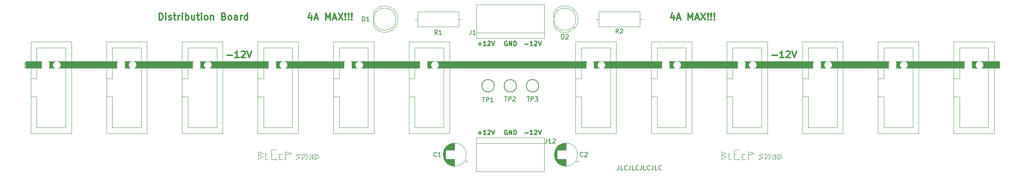
<source format=gto>
G04 #@! TF.GenerationSoftware,KiCad,Pcbnew,7.0.7-7.0.7~ubuntu22.04.1*
G04 #@! TF.CreationDate,2023-09-23T23:40:23+02:00*
G04 #@! TF.ProjectId,Distrib,44697374-7269-4622-9e6b-696361645f70,rev?*
G04 #@! TF.SameCoordinates,Original*
G04 #@! TF.FileFunction,Legend,Top*
G04 #@! TF.FilePolarity,Positive*
%FSLAX46Y46*%
G04 Gerber Fmt 4.6, Leading zero omitted, Abs format (unit mm)*
G04 Created by KiCad (PCBNEW 7.0.7-7.0.7~ubuntu22.04.1) date 2023-09-23 23:40:23*
%MOMM*%
%LPD*%
G01*
G04 APERTURE LIST*
%ADD10C,0.120000*%
%ADD11C,0.150000*%
%ADD12C,0.300000*%
%ADD13C,0.250000*%
%ADD14R,1.800000X1.800000*%
%ADD15C,1.800000*%
%ADD16C,1.700000*%
%ADD17C,1.600000*%
%ADD18O,1.600000X1.600000*%
%ADD19C,2.000000*%
%ADD20R,3.000000X3.000000*%
%ADD21C,3.000000*%
%ADD22R,1.600000X1.600000*%
G04 APERTURE END LIST*
D10*
X95900000Y-87100000D02*
X96700000Y-85900000D01*
X188000000Y-86100000D02*
X189000000Y-85700000D01*
X84900000Y-86500000D02*
X83900000Y-86100000D01*
X94900000Y-85900000D02*
X94700000Y-85900000D01*
X86700000Y-85300000D02*
X86700000Y-87100000D01*
X201200000Y-85900000D02*
X201600000Y-86700000D01*
X84900000Y-85700000D02*
X83900000Y-85300000D01*
X192000000Y-87100000D02*
X191800000Y-86900000D01*
X200200000Y-85900000D02*
X199400000Y-87100000D01*
X96100000Y-85900000D02*
X95900000Y-87100000D01*
X95300000Y-87100000D02*
X95500000Y-87100000D01*
X88500000Y-85900000D02*
X88500000Y-87100000D01*
X189600000Y-85700000D02*
X189400000Y-85900000D01*
X197400000Y-85900000D02*
X197400000Y-86100000D01*
X192600000Y-86500000D02*
X192800000Y-86500000D01*
X87100000Y-84900000D02*
X87900000Y-84900000D01*
X96100000Y-85900000D02*
X95300000Y-87100000D01*
X85500000Y-85700000D02*
X85500000Y-87100000D01*
X199000000Y-85900000D02*
X198800000Y-85900000D01*
X195400000Y-85700000D02*
X194000000Y-86100000D01*
X88500000Y-87100000D02*
X89300000Y-87100000D01*
X93300000Y-85900000D02*
X93300000Y-86100000D01*
X189600000Y-85700000D02*
X189600000Y-87100000D01*
X95700000Y-85900000D02*
X95500000Y-85900000D01*
X83900000Y-86100000D02*
X84900000Y-85700000D01*
X93100000Y-86700000D02*
X92300000Y-87100000D01*
X191200000Y-84900000D02*
G75*
G03*
X190800000Y-85300000I0J-400000D01*
G01*
X85500000Y-85700000D02*
X85700000Y-85900000D01*
X93700000Y-85900000D02*
X93700000Y-87100000D01*
X87900000Y-87100000D02*
X87700000Y-87300000D01*
X89900000Y-85300000D02*
X89900000Y-87100000D01*
X94900000Y-85900000D02*
X94500000Y-87100000D01*
X201200000Y-85900000D02*
X200600000Y-87100000D01*
X96700000Y-85900000D02*
X96500000Y-85900000D01*
X194000000Y-85300000D02*
X195400000Y-85700000D01*
X83900000Y-85300000D02*
X83900000Y-87100000D01*
X196400000Y-86100000D02*
X197200000Y-86700000D01*
X89900000Y-85300000D02*
X91300000Y-85700000D01*
X192000000Y-87100000D02*
X191800000Y-87300000D01*
X88500000Y-86500000D02*
X88700000Y-86500000D01*
X193800000Y-86900000D02*
X194000000Y-87100000D01*
X86700000Y-87100000D02*
X87900000Y-87100000D01*
X197200000Y-86700000D02*
X196400000Y-87100000D01*
X200800000Y-85900000D02*
X200600000Y-85900000D01*
X94500000Y-85900000D02*
X93700000Y-85900000D01*
X86700000Y-85900000D02*
X87100000Y-85900000D01*
X188000000Y-87100000D02*
X189000000Y-86500000D01*
X92300000Y-86100000D02*
X93100000Y-86700000D01*
X87100000Y-84900000D02*
G75*
G03*
X86700000Y-85300000I0J-400000D01*
G01*
X190800000Y-85900000D02*
X191200000Y-85900000D01*
X89700000Y-86900000D02*
X89900000Y-87100000D01*
X189600000Y-87100000D02*
X190200000Y-87100000D01*
X198600000Y-85900000D02*
X197800000Y-85900000D01*
X200600000Y-87100000D02*
X201600000Y-86700000D01*
X190800000Y-87100000D02*
X192000000Y-87100000D01*
X88500000Y-85900000D02*
X89300000Y-85900000D01*
X87900000Y-87100000D02*
X87700000Y-86900000D01*
X192600000Y-85900000D02*
X193400000Y-85900000D01*
X94500000Y-87100000D02*
X95700000Y-85900000D01*
X194000000Y-87100000D02*
X194000000Y-86900000D01*
X97100000Y-85900000D02*
X96500000Y-87100000D01*
X83900000Y-87100000D02*
X84900000Y-86500000D01*
X197800000Y-85900000D02*
X197800000Y-87100000D01*
X200200000Y-85900000D02*
X200000000Y-87100000D01*
X89900000Y-87100000D02*
X89900000Y-86900000D01*
X198600000Y-87100000D02*
X199800000Y-85900000D01*
X192600000Y-85900000D02*
X192600000Y-87100000D01*
X89900000Y-87100000D02*
X90100000Y-86900000D01*
X192600000Y-87100000D02*
X193400000Y-87100000D01*
X85500000Y-85700000D02*
X85300000Y-85900000D01*
X96500000Y-87100000D02*
X97500000Y-86700000D01*
X189600000Y-85700000D02*
X189800000Y-85900000D01*
X93700000Y-87100000D02*
X94500000Y-85900000D01*
X91300000Y-85700000D02*
X89900000Y-86100000D01*
X31500000Y-65000000D02*
X250500000Y-65000000D01*
X250500000Y-66500000D01*
X31500000Y-66500000D01*
X31500000Y-65000000D01*
G36*
X31500000Y-65000000D02*
G01*
X250500000Y-65000000D01*
X250500000Y-66500000D01*
X31500000Y-66500000D01*
X31500000Y-65000000D01*
G37*
X97100000Y-85900000D02*
X97500000Y-86700000D01*
X93300000Y-85900000D02*
X92300000Y-86100000D01*
X194000000Y-85300000D02*
X194000000Y-87100000D01*
X189000000Y-85700000D02*
X188000000Y-85300000D01*
X190800000Y-85300000D02*
X190800000Y-87100000D01*
X189000000Y-86500000D02*
X188000000Y-86100000D01*
X199400000Y-87100000D02*
X199600000Y-87100000D01*
X199800000Y-85900000D02*
X199600000Y-85900000D01*
X196400000Y-87100000D02*
X196400000Y-86900000D01*
X191200000Y-84900000D02*
X192000000Y-84900000D01*
X200000000Y-87100000D02*
X200800000Y-85900000D01*
X188000000Y-85300000D02*
X188000000Y-87100000D01*
X199000000Y-85900000D02*
X198600000Y-87100000D01*
X92300000Y-87100000D02*
X92300000Y-86900000D01*
X197800000Y-87100000D02*
X198600000Y-85900000D01*
X197400000Y-85900000D02*
X196400000Y-86100000D01*
X85500000Y-87100000D02*
X86100000Y-87100000D01*
X194000000Y-87100000D02*
X194200000Y-86900000D01*
D11*
X164880951Y-88454819D02*
X164880951Y-89169104D01*
X164880951Y-89169104D02*
X164833332Y-89311961D01*
X164833332Y-89311961D02*
X164738094Y-89407200D01*
X164738094Y-89407200D02*
X164595237Y-89454819D01*
X164595237Y-89454819D02*
X164499999Y-89454819D01*
X165833332Y-89454819D02*
X165357142Y-89454819D01*
X165357142Y-89454819D02*
X165357142Y-88454819D01*
X166738094Y-89359580D02*
X166690475Y-89407200D01*
X166690475Y-89407200D02*
X166547618Y-89454819D01*
X166547618Y-89454819D02*
X166452380Y-89454819D01*
X166452380Y-89454819D02*
X166309523Y-89407200D01*
X166309523Y-89407200D02*
X166214285Y-89311961D01*
X166214285Y-89311961D02*
X166166666Y-89216723D01*
X166166666Y-89216723D02*
X166119047Y-89026247D01*
X166119047Y-89026247D02*
X166119047Y-88883390D01*
X166119047Y-88883390D02*
X166166666Y-88692914D01*
X166166666Y-88692914D02*
X166214285Y-88597676D01*
X166214285Y-88597676D02*
X166309523Y-88502438D01*
X166309523Y-88502438D02*
X166452380Y-88454819D01*
X166452380Y-88454819D02*
X166547618Y-88454819D01*
X166547618Y-88454819D02*
X166690475Y-88502438D01*
X166690475Y-88502438D02*
X166738094Y-88550057D01*
X167452380Y-88454819D02*
X167452380Y-89169104D01*
X167452380Y-89169104D02*
X167404761Y-89311961D01*
X167404761Y-89311961D02*
X167309523Y-89407200D01*
X167309523Y-89407200D02*
X167166666Y-89454819D01*
X167166666Y-89454819D02*
X167071428Y-89454819D01*
X168404761Y-89454819D02*
X167928571Y-89454819D01*
X167928571Y-89454819D02*
X167928571Y-88454819D01*
X169309523Y-89359580D02*
X169261904Y-89407200D01*
X169261904Y-89407200D02*
X169119047Y-89454819D01*
X169119047Y-89454819D02*
X169023809Y-89454819D01*
X169023809Y-89454819D02*
X168880952Y-89407200D01*
X168880952Y-89407200D02*
X168785714Y-89311961D01*
X168785714Y-89311961D02*
X168738095Y-89216723D01*
X168738095Y-89216723D02*
X168690476Y-89026247D01*
X168690476Y-89026247D02*
X168690476Y-88883390D01*
X168690476Y-88883390D02*
X168738095Y-88692914D01*
X168738095Y-88692914D02*
X168785714Y-88597676D01*
X168785714Y-88597676D02*
X168880952Y-88502438D01*
X168880952Y-88502438D02*
X169023809Y-88454819D01*
X169023809Y-88454819D02*
X169119047Y-88454819D01*
X169119047Y-88454819D02*
X169261904Y-88502438D01*
X169261904Y-88502438D02*
X169309523Y-88550057D01*
X170023809Y-88454819D02*
X170023809Y-89169104D01*
X170023809Y-89169104D02*
X169976190Y-89311961D01*
X169976190Y-89311961D02*
X169880952Y-89407200D01*
X169880952Y-89407200D02*
X169738095Y-89454819D01*
X169738095Y-89454819D02*
X169642857Y-89454819D01*
X170976190Y-89454819D02*
X170500000Y-89454819D01*
X170500000Y-89454819D02*
X170500000Y-88454819D01*
X171880952Y-89359580D02*
X171833333Y-89407200D01*
X171833333Y-89407200D02*
X171690476Y-89454819D01*
X171690476Y-89454819D02*
X171595238Y-89454819D01*
X171595238Y-89454819D02*
X171452381Y-89407200D01*
X171452381Y-89407200D02*
X171357143Y-89311961D01*
X171357143Y-89311961D02*
X171309524Y-89216723D01*
X171309524Y-89216723D02*
X171261905Y-89026247D01*
X171261905Y-89026247D02*
X171261905Y-88883390D01*
X171261905Y-88883390D02*
X171309524Y-88692914D01*
X171309524Y-88692914D02*
X171357143Y-88597676D01*
X171357143Y-88597676D02*
X171452381Y-88502438D01*
X171452381Y-88502438D02*
X171595238Y-88454819D01*
X171595238Y-88454819D02*
X171690476Y-88454819D01*
X171690476Y-88454819D02*
X171833333Y-88502438D01*
X171833333Y-88502438D02*
X171880952Y-88550057D01*
X172595238Y-88454819D02*
X172595238Y-89169104D01*
X172595238Y-89169104D02*
X172547619Y-89311961D01*
X172547619Y-89311961D02*
X172452381Y-89407200D01*
X172452381Y-89407200D02*
X172309524Y-89454819D01*
X172309524Y-89454819D02*
X172214286Y-89454819D01*
X173547619Y-89454819D02*
X173071429Y-89454819D01*
X173071429Y-89454819D02*
X173071429Y-88454819D01*
X174452381Y-89359580D02*
X174404762Y-89407200D01*
X174404762Y-89407200D02*
X174261905Y-89454819D01*
X174261905Y-89454819D02*
X174166667Y-89454819D01*
X174166667Y-89454819D02*
X174023810Y-89407200D01*
X174023810Y-89407200D02*
X173928572Y-89311961D01*
X173928572Y-89311961D02*
X173880953Y-89216723D01*
X173880953Y-89216723D02*
X173833334Y-89026247D01*
X173833334Y-89026247D02*
X173833334Y-88883390D01*
X173833334Y-88883390D02*
X173880953Y-88692914D01*
X173880953Y-88692914D02*
X173928572Y-88597676D01*
X173928572Y-88597676D02*
X174023810Y-88502438D01*
X174023810Y-88502438D02*
X174166667Y-88454819D01*
X174166667Y-88454819D02*
X174261905Y-88454819D01*
X174261905Y-88454819D02*
X174404762Y-88502438D01*
X174404762Y-88502438D02*
X174452381Y-88550057D01*
D12*
X199357143Y-63606900D02*
X200500001Y-63606900D01*
X202000001Y-64178328D02*
X201142858Y-64178328D01*
X201571429Y-64178328D02*
X201571429Y-62678328D01*
X201571429Y-62678328D02*
X201428572Y-62892614D01*
X201428572Y-62892614D02*
X201285715Y-63035471D01*
X201285715Y-63035471D02*
X201142858Y-63106900D01*
X202571429Y-62821185D02*
X202642857Y-62749757D01*
X202642857Y-62749757D02*
X202785715Y-62678328D01*
X202785715Y-62678328D02*
X203142857Y-62678328D01*
X203142857Y-62678328D02*
X203285715Y-62749757D01*
X203285715Y-62749757D02*
X203357143Y-62821185D01*
X203357143Y-62821185D02*
X203428572Y-62964042D01*
X203428572Y-62964042D02*
X203428572Y-63106900D01*
X203428572Y-63106900D02*
X203357143Y-63321185D01*
X203357143Y-63321185D02*
X202500000Y-64178328D01*
X202500000Y-64178328D02*
X203428572Y-64178328D01*
X203857143Y-62678328D02*
X204357143Y-64178328D01*
X204357143Y-64178328D02*
X204857143Y-62678328D01*
D13*
X143738095Y-61068666D02*
X144500000Y-61068666D01*
X145499999Y-61449619D02*
X144928571Y-61449619D01*
X145214285Y-61449619D02*
X145214285Y-60449619D01*
X145214285Y-60449619D02*
X145119047Y-60592476D01*
X145119047Y-60592476D02*
X145023809Y-60687714D01*
X145023809Y-60687714D02*
X144928571Y-60735333D01*
X145880952Y-60544857D02*
X145928571Y-60497238D01*
X145928571Y-60497238D02*
X146023809Y-60449619D01*
X146023809Y-60449619D02*
X146261904Y-60449619D01*
X146261904Y-60449619D02*
X146357142Y-60497238D01*
X146357142Y-60497238D02*
X146404761Y-60544857D01*
X146404761Y-60544857D02*
X146452380Y-60640095D01*
X146452380Y-60640095D02*
X146452380Y-60735333D01*
X146452380Y-60735333D02*
X146404761Y-60878190D01*
X146404761Y-60878190D02*
X145833333Y-61449619D01*
X145833333Y-61449619D02*
X146452380Y-61449619D01*
X146738095Y-60449619D02*
X147071428Y-61449619D01*
X147071428Y-61449619D02*
X147404761Y-60449619D01*
X133238095Y-81068666D02*
X134000000Y-81068666D01*
X133619047Y-81449619D02*
X133619047Y-80687714D01*
X134999999Y-81449619D02*
X134428571Y-81449619D01*
X134714285Y-81449619D02*
X134714285Y-80449619D01*
X134714285Y-80449619D02*
X134619047Y-80592476D01*
X134619047Y-80592476D02*
X134523809Y-80687714D01*
X134523809Y-80687714D02*
X134428571Y-80735333D01*
X135380952Y-80544857D02*
X135428571Y-80497238D01*
X135428571Y-80497238D02*
X135523809Y-80449619D01*
X135523809Y-80449619D02*
X135761904Y-80449619D01*
X135761904Y-80449619D02*
X135857142Y-80497238D01*
X135857142Y-80497238D02*
X135904761Y-80544857D01*
X135904761Y-80544857D02*
X135952380Y-80640095D01*
X135952380Y-80640095D02*
X135952380Y-80735333D01*
X135952380Y-80735333D02*
X135904761Y-80878190D01*
X135904761Y-80878190D02*
X135333333Y-81449619D01*
X135333333Y-81449619D02*
X135952380Y-81449619D01*
X136238095Y-80449619D02*
X136571428Y-81449619D01*
X136571428Y-81449619D02*
X136904761Y-80449619D01*
D12*
X61571427Y-55678328D02*
X61571427Y-54178328D01*
X61571427Y-54178328D02*
X61928570Y-54178328D01*
X61928570Y-54178328D02*
X62142856Y-54249757D01*
X62142856Y-54249757D02*
X62285713Y-54392614D01*
X62285713Y-54392614D02*
X62357142Y-54535471D01*
X62357142Y-54535471D02*
X62428570Y-54821185D01*
X62428570Y-54821185D02*
X62428570Y-55035471D01*
X62428570Y-55035471D02*
X62357142Y-55321185D01*
X62357142Y-55321185D02*
X62285713Y-55464042D01*
X62285713Y-55464042D02*
X62142856Y-55606900D01*
X62142856Y-55606900D02*
X61928570Y-55678328D01*
X61928570Y-55678328D02*
X61571427Y-55678328D01*
X63071427Y-55678328D02*
X63071427Y-54678328D01*
X63071427Y-54178328D02*
X62999999Y-54249757D01*
X62999999Y-54249757D02*
X63071427Y-54321185D01*
X63071427Y-54321185D02*
X63142856Y-54249757D01*
X63142856Y-54249757D02*
X63071427Y-54178328D01*
X63071427Y-54178328D02*
X63071427Y-54321185D01*
X63714285Y-55606900D02*
X63857142Y-55678328D01*
X63857142Y-55678328D02*
X64142856Y-55678328D01*
X64142856Y-55678328D02*
X64285713Y-55606900D01*
X64285713Y-55606900D02*
X64357142Y-55464042D01*
X64357142Y-55464042D02*
X64357142Y-55392614D01*
X64357142Y-55392614D02*
X64285713Y-55249757D01*
X64285713Y-55249757D02*
X64142856Y-55178328D01*
X64142856Y-55178328D02*
X63928571Y-55178328D01*
X63928571Y-55178328D02*
X63785713Y-55106900D01*
X63785713Y-55106900D02*
X63714285Y-54964042D01*
X63714285Y-54964042D02*
X63714285Y-54892614D01*
X63714285Y-54892614D02*
X63785713Y-54749757D01*
X63785713Y-54749757D02*
X63928571Y-54678328D01*
X63928571Y-54678328D02*
X64142856Y-54678328D01*
X64142856Y-54678328D02*
X64285713Y-54749757D01*
X64785714Y-54678328D02*
X65357142Y-54678328D01*
X64999999Y-54178328D02*
X64999999Y-55464042D01*
X64999999Y-55464042D02*
X65071428Y-55606900D01*
X65071428Y-55606900D02*
X65214285Y-55678328D01*
X65214285Y-55678328D02*
X65357142Y-55678328D01*
X65857142Y-55678328D02*
X65857142Y-54678328D01*
X65857142Y-54964042D02*
X65928571Y-54821185D01*
X65928571Y-54821185D02*
X66000000Y-54749757D01*
X66000000Y-54749757D02*
X66142857Y-54678328D01*
X66142857Y-54678328D02*
X66285714Y-54678328D01*
X66785713Y-55678328D02*
X66785713Y-54678328D01*
X66785713Y-54178328D02*
X66714285Y-54249757D01*
X66714285Y-54249757D02*
X66785713Y-54321185D01*
X66785713Y-54321185D02*
X66857142Y-54249757D01*
X66857142Y-54249757D02*
X66785713Y-54178328D01*
X66785713Y-54178328D02*
X66785713Y-54321185D01*
X67499999Y-55678328D02*
X67499999Y-54178328D01*
X67499999Y-54749757D02*
X67642857Y-54678328D01*
X67642857Y-54678328D02*
X67928571Y-54678328D01*
X67928571Y-54678328D02*
X68071428Y-54749757D01*
X68071428Y-54749757D02*
X68142857Y-54821185D01*
X68142857Y-54821185D02*
X68214285Y-54964042D01*
X68214285Y-54964042D02*
X68214285Y-55392614D01*
X68214285Y-55392614D02*
X68142857Y-55535471D01*
X68142857Y-55535471D02*
X68071428Y-55606900D01*
X68071428Y-55606900D02*
X67928571Y-55678328D01*
X67928571Y-55678328D02*
X67642857Y-55678328D01*
X67642857Y-55678328D02*
X67499999Y-55606900D01*
X69500000Y-54678328D02*
X69500000Y-55678328D01*
X68857142Y-54678328D02*
X68857142Y-55464042D01*
X68857142Y-55464042D02*
X68928571Y-55606900D01*
X68928571Y-55606900D02*
X69071428Y-55678328D01*
X69071428Y-55678328D02*
X69285714Y-55678328D01*
X69285714Y-55678328D02*
X69428571Y-55606900D01*
X69428571Y-55606900D02*
X69500000Y-55535471D01*
X70000000Y-54678328D02*
X70571428Y-54678328D01*
X70214285Y-54178328D02*
X70214285Y-55464042D01*
X70214285Y-55464042D02*
X70285714Y-55606900D01*
X70285714Y-55606900D02*
X70428571Y-55678328D01*
X70428571Y-55678328D02*
X70571428Y-55678328D01*
X71071428Y-55678328D02*
X71071428Y-54678328D01*
X71071428Y-54178328D02*
X71000000Y-54249757D01*
X71000000Y-54249757D02*
X71071428Y-54321185D01*
X71071428Y-54321185D02*
X71142857Y-54249757D01*
X71142857Y-54249757D02*
X71071428Y-54178328D01*
X71071428Y-54178328D02*
X71071428Y-54321185D01*
X72000000Y-55678328D02*
X71857143Y-55606900D01*
X71857143Y-55606900D02*
X71785714Y-55535471D01*
X71785714Y-55535471D02*
X71714286Y-55392614D01*
X71714286Y-55392614D02*
X71714286Y-54964042D01*
X71714286Y-54964042D02*
X71785714Y-54821185D01*
X71785714Y-54821185D02*
X71857143Y-54749757D01*
X71857143Y-54749757D02*
X72000000Y-54678328D01*
X72000000Y-54678328D02*
X72214286Y-54678328D01*
X72214286Y-54678328D02*
X72357143Y-54749757D01*
X72357143Y-54749757D02*
X72428572Y-54821185D01*
X72428572Y-54821185D02*
X72500000Y-54964042D01*
X72500000Y-54964042D02*
X72500000Y-55392614D01*
X72500000Y-55392614D02*
X72428572Y-55535471D01*
X72428572Y-55535471D02*
X72357143Y-55606900D01*
X72357143Y-55606900D02*
X72214286Y-55678328D01*
X72214286Y-55678328D02*
X72000000Y-55678328D01*
X73142857Y-54678328D02*
X73142857Y-55678328D01*
X73142857Y-54821185D02*
X73214286Y-54749757D01*
X73214286Y-54749757D02*
X73357143Y-54678328D01*
X73357143Y-54678328D02*
X73571429Y-54678328D01*
X73571429Y-54678328D02*
X73714286Y-54749757D01*
X73714286Y-54749757D02*
X73785715Y-54892614D01*
X73785715Y-54892614D02*
X73785715Y-55678328D01*
X76142857Y-54892614D02*
X76357143Y-54964042D01*
X76357143Y-54964042D02*
X76428572Y-55035471D01*
X76428572Y-55035471D02*
X76500000Y-55178328D01*
X76500000Y-55178328D02*
X76500000Y-55392614D01*
X76500000Y-55392614D02*
X76428572Y-55535471D01*
X76428572Y-55535471D02*
X76357143Y-55606900D01*
X76357143Y-55606900D02*
X76214286Y-55678328D01*
X76214286Y-55678328D02*
X75642857Y-55678328D01*
X75642857Y-55678328D02*
X75642857Y-54178328D01*
X75642857Y-54178328D02*
X76142857Y-54178328D01*
X76142857Y-54178328D02*
X76285715Y-54249757D01*
X76285715Y-54249757D02*
X76357143Y-54321185D01*
X76357143Y-54321185D02*
X76428572Y-54464042D01*
X76428572Y-54464042D02*
X76428572Y-54606900D01*
X76428572Y-54606900D02*
X76357143Y-54749757D01*
X76357143Y-54749757D02*
X76285715Y-54821185D01*
X76285715Y-54821185D02*
X76142857Y-54892614D01*
X76142857Y-54892614D02*
X75642857Y-54892614D01*
X77357143Y-55678328D02*
X77214286Y-55606900D01*
X77214286Y-55606900D02*
X77142857Y-55535471D01*
X77142857Y-55535471D02*
X77071429Y-55392614D01*
X77071429Y-55392614D02*
X77071429Y-54964042D01*
X77071429Y-54964042D02*
X77142857Y-54821185D01*
X77142857Y-54821185D02*
X77214286Y-54749757D01*
X77214286Y-54749757D02*
X77357143Y-54678328D01*
X77357143Y-54678328D02*
X77571429Y-54678328D01*
X77571429Y-54678328D02*
X77714286Y-54749757D01*
X77714286Y-54749757D02*
X77785715Y-54821185D01*
X77785715Y-54821185D02*
X77857143Y-54964042D01*
X77857143Y-54964042D02*
X77857143Y-55392614D01*
X77857143Y-55392614D02*
X77785715Y-55535471D01*
X77785715Y-55535471D02*
X77714286Y-55606900D01*
X77714286Y-55606900D02*
X77571429Y-55678328D01*
X77571429Y-55678328D02*
X77357143Y-55678328D01*
X79142858Y-55678328D02*
X79142858Y-54892614D01*
X79142858Y-54892614D02*
X79071429Y-54749757D01*
X79071429Y-54749757D02*
X78928572Y-54678328D01*
X78928572Y-54678328D02*
X78642858Y-54678328D01*
X78642858Y-54678328D02*
X78500000Y-54749757D01*
X79142858Y-55606900D02*
X79000000Y-55678328D01*
X79000000Y-55678328D02*
X78642858Y-55678328D01*
X78642858Y-55678328D02*
X78500000Y-55606900D01*
X78500000Y-55606900D02*
X78428572Y-55464042D01*
X78428572Y-55464042D02*
X78428572Y-55321185D01*
X78428572Y-55321185D02*
X78500000Y-55178328D01*
X78500000Y-55178328D02*
X78642858Y-55106900D01*
X78642858Y-55106900D02*
X79000000Y-55106900D01*
X79000000Y-55106900D02*
X79142858Y-55035471D01*
X79857143Y-55678328D02*
X79857143Y-54678328D01*
X79857143Y-54964042D02*
X79928572Y-54821185D01*
X79928572Y-54821185D02*
X80000001Y-54749757D01*
X80000001Y-54749757D02*
X80142858Y-54678328D01*
X80142858Y-54678328D02*
X80285715Y-54678328D01*
X81428572Y-55678328D02*
X81428572Y-54178328D01*
X81428572Y-55606900D02*
X81285714Y-55678328D01*
X81285714Y-55678328D02*
X81000000Y-55678328D01*
X81000000Y-55678328D02*
X80857143Y-55606900D01*
X80857143Y-55606900D02*
X80785714Y-55535471D01*
X80785714Y-55535471D02*
X80714286Y-55392614D01*
X80714286Y-55392614D02*
X80714286Y-54964042D01*
X80714286Y-54964042D02*
X80785714Y-54821185D01*
X80785714Y-54821185D02*
X80857143Y-54749757D01*
X80857143Y-54749757D02*
X81000000Y-54678328D01*
X81000000Y-54678328D02*
X81285714Y-54678328D01*
X81285714Y-54678328D02*
X81428572Y-54749757D01*
X76857143Y-63606900D02*
X78000001Y-63606900D01*
X79500001Y-64178328D02*
X78642858Y-64178328D01*
X79071429Y-64178328D02*
X79071429Y-62678328D01*
X79071429Y-62678328D02*
X78928572Y-62892614D01*
X78928572Y-62892614D02*
X78785715Y-63035471D01*
X78785715Y-63035471D02*
X78642858Y-63106900D01*
X80071429Y-62821185D02*
X80142857Y-62749757D01*
X80142857Y-62749757D02*
X80285715Y-62678328D01*
X80285715Y-62678328D02*
X80642857Y-62678328D01*
X80642857Y-62678328D02*
X80785715Y-62749757D01*
X80785715Y-62749757D02*
X80857143Y-62821185D01*
X80857143Y-62821185D02*
X80928572Y-62964042D01*
X80928572Y-62964042D02*
X80928572Y-63106900D01*
X80928572Y-63106900D02*
X80857143Y-63321185D01*
X80857143Y-63321185D02*
X80000000Y-64178328D01*
X80000000Y-64178328D02*
X80928572Y-64178328D01*
X81357143Y-62678328D02*
X81857143Y-64178328D01*
X81857143Y-64178328D02*
X82357143Y-62678328D01*
X177285715Y-54678328D02*
X177285715Y-55678328D01*
X176928572Y-54106900D02*
X176571429Y-55178328D01*
X176571429Y-55178328D02*
X177500000Y-55178328D01*
X178000000Y-55249757D02*
X178714286Y-55249757D01*
X177857143Y-55678328D02*
X178357143Y-54178328D01*
X178357143Y-54178328D02*
X178857143Y-55678328D01*
X180499999Y-55678328D02*
X180499999Y-54178328D01*
X180499999Y-54178328D02*
X180999999Y-55249757D01*
X180999999Y-55249757D02*
X181499999Y-54178328D01*
X181499999Y-54178328D02*
X181499999Y-55678328D01*
X182142857Y-55249757D02*
X182857143Y-55249757D01*
X182000000Y-55678328D02*
X182500000Y-54178328D01*
X182500000Y-54178328D02*
X183000000Y-55678328D01*
X183357142Y-54178328D02*
X184357142Y-55678328D01*
X184357142Y-54178328D02*
X183357142Y-55678328D01*
X184928570Y-55535471D02*
X184999999Y-55606900D01*
X184999999Y-55606900D02*
X184928570Y-55678328D01*
X184928570Y-55678328D02*
X184857142Y-55606900D01*
X184857142Y-55606900D02*
X184928570Y-55535471D01*
X184928570Y-55535471D02*
X184928570Y-55678328D01*
X184928570Y-55106900D02*
X184857142Y-54249757D01*
X184857142Y-54249757D02*
X184928570Y-54178328D01*
X184928570Y-54178328D02*
X184999999Y-54249757D01*
X184999999Y-54249757D02*
X184928570Y-55106900D01*
X184928570Y-55106900D02*
X184928570Y-54178328D01*
X185642856Y-55535471D02*
X185714285Y-55606900D01*
X185714285Y-55606900D02*
X185642856Y-55678328D01*
X185642856Y-55678328D02*
X185571428Y-55606900D01*
X185571428Y-55606900D02*
X185642856Y-55535471D01*
X185642856Y-55535471D02*
X185642856Y-55678328D01*
X185642856Y-55106900D02*
X185571428Y-54249757D01*
X185571428Y-54249757D02*
X185642856Y-54178328D01*
X185642856Y-54178328D02*
X185714285Y-54249757D01*
X185714285Y-54249757D02*
X185642856Y-55106900D01*
X185642856Y-55106900D02*
X185642856Y-54178328D01*
X186357142Y-55535471D02*
X186428571Y-55606900D01*
X186428571Y-55606900D02*
X186357142Y-55678328D01*
X186357142Y-55678328D02*
X186285714Y-55606900D01*
X186285714Y-55606900D02*
X186357142Y-55535471D01*
X186357142Y-55535471D02*
X186357142Y-55678328D01*
X186357142Y-55106900D02*
X186285714Y-54249757D01*
X186285714Y-54249757D02*
X186357142Y-54178328D01*
X186357142Y-54178328D02*
X186428571Y-54249757D01*
X186428571Y-54249757D02*
X186357142Y-55106900D01*
X186357142Y-55106900D02*
X186357142Y-54178328D01*
D13*
X143738095Y-81068666D02*
X144500000Y-81068666D01*
X145499999Y-81449619D02*
X144928571Y-81449619D01*
X145214285Y-81449619D02*
X145214285Y-80449619D01*
X145214285Y-80449619D02*
X145119047Y-80592476D01*
X145119047Y-80592476D02*
X145023809Y-80687714D01*
X145023809Y-80687714D02*
X144928571Y-80735333D01*
X145880952Y-80544857D02*
X145928571Y-80497238D01*
X145928571Y-80497238D02*
X146023809Y-80449619D01*
X146023809Y-80449619D02*
X146261904Y-80449619D01*
X146261904Y-80449619D02*
X146357142Y-80497238D01*
X146357142Y-80497238D02*
X146404761Y-80544857D01*
X146404761Y-80544857D02*
X146452380Y-80640095D01*
X146452380Y-80640095D02*
X146452380Y-80735333D01*
X146452380Y-80735333D02*
X146404761Y-80878190D01*
X146404761Y-80878190D02*
X145833333Y-81449619D01*
X145833333Y-81449619D02*
X146452380Y-81449619D01*
X146738095Y-80449619D02*
X147071428Y-81449619D01*
X147071428Y-81449619D02*
X147404761Y-80449619D01*
X133238095Y-61068666D02*
X134000000Y-61068666D01*
X133619047Y-61449619D02*
X133619047Y-60687714D01*
X134999999Y-61449619D02*
X134428571Y-61449619D01*
X134714285Y-61449619D02*
X134714285Y-60449619D01*
X134714285Y-60449619D02*
X134619047Y-60592476D01*
X134619047Y-60592476D02*
X134523809Y-60687714D01*
X134523809Y-60687714D02*
X134428571Y-60735333D01*
X135380952Y-60544857D02*
X135428571Y-60497238D01*
X135428571Y-60497238D02*
X135523809Y-60449619D01*
X135523809Y-60449619D02*
X135761904Y-60449619D01*
X135761904Y-60449619D02*
X135857142Y-60497238D01*
X135857142Y-60497238D02*
X135904761Y-60544857D01*
X135904761Y-60544857D02*
X135952380Y-60640095D01*
X135952380Y-60640095D02*
X135952380Y-60735333D01*
X135952380Y-60735333D02*
X135904761Y-60878190D01*
X135904761Y-60878190D02*
X135333333Y-61449619D01*
X135333333Y-61449619D02*
X135952380Y-61449619D01*
X136238095Y-60449619D02*
X136571428Y-61449619D01*
X136571428Y-61449619D02*
X136904761Y-60449619D01*
X139738095Y-80497238D02*
X139642857Y-80449619D01*
X139642857Y-80449619D02*
X139500000Y-80449619D01*
X139500000Y-80449619D02*
X139357143Y-80497238D01*
X139357143Y-80497238D02*
X139261905Y-80592476D01*
X139261905Y-80592476D02*
X139214286Y-80687714D01*
X139214286Y-80687714D02*
X139166667Y-80878190D01*
X139166667Y-80878190D02*
X139166667Y-81021047D01*
X139166667Y-81021047D02*
X139214286Y-81211523D01*
X139214286Y-81211523D02*
X139261905Y-81306761D01*
X139261905Y-81306761D02*
X139357143Y-81402000D01*
X139357143Y-81402000D02*
X139500000Y-81449619D01*
X139500000Y-81449619D02*
X139595238Y-81449619D01*
X139595238Y-81449619D02*
X139738095Y-81402000D01*
X139738095Y-81402000D02*
X139785714Y-81354380D01*
X139785714Y-81354380D02*
X139785714Y-81021047D01*
X139785714Y-81021047D02*
X139595238Y-81021047D01*
X140214286Y-81449619D02*
X140214286Y-80449619D01*
X140214286Y-80449619D02*
X140785714Y-81449619D01*
X140785714Y-81449619D02*
X140785714Y-80449619D01*
X141261905Y-81449619D02*
X141261905Y-80449619D01*
X141261905Y-80449619D02*
X141500000Y-80449619D01*
X141500000Y-80449619D02*
X141642857Y-80497238D01*
X141642857Y-80497238D02*
X141738095Y-80592476D01*
X141738095Y-80592476D02*
X141785714Y-80687714D01*
X141785714Y-80687714D02*
X141833333Y-80878190D01*
X141833333Y-80878190D02*
X141833333Y-81021047D01*
X141833333Y-81021047D02*
X141785714Y-81211523D01*
X141785714Y-81211523D02*
X141738095Y-81306761D01*
X141738095Y-81306761D02*
X141642857Y-81402000D01*
X141642857Y-81402000D02*
X141500000Y-81449619D01*
X141500000Y-81449619D02*
X141261905Y-81449619D01*
X139738095Y-60497238D02*
X139642857Y-60449619D01*
X139642857Y-60449619D02*
X139500000Y-60449619D01*
X139500000Y-60449619D02*
X139357143Y-60497238D01*
X139357143Y-60497238D02*
X139261905Y-60592476D01*
X139261905Y-60592476D02*
X139214286Y-60687714D01*
X139214286Y-60687714D02*
X139166667Y-60878190D01*
X139166667Y-60878190D02*
X139166667Y-61021047D01*
X139166667Y-61021047D02*
X139214286Y-61211523D01*
X139214286Y-61211523D02*
X139261905Y-61306761D01*
X139261905Y-61306761D02*
X139357143Y-61402000D01*
X139357143Y-61402000D02*
X139500000Y-61449619D01*
X139500000Y-61449619D02*
X139595238Y-61449619D01*
X139595238Y-61449619D02*
X139738095Y-61402000D01*
X139738095Y-61402000D02*
X139785714Y-61354380D01*
X139785714Y-61354380D02*
X139785714Y-61021047D01*
X139785714Y-61021047D02*
X139595238Y-61021047D01*
X140214286Y-61449619D02*
X140214286Y-60449619D01*
X140214286Y-60449619D02*
X140785714Y-61449619D01*
X140785714Y-61449619D02*
X140785714Y-60449619D01*
X141261905Y-61449619D02*
X141261905Y-60449619D01*
X141261905Y-60449619D02*
X141500000Y-60449619D01*
X141500000Y-60449619D02*
X141642857Y-60497238D01*
X141642857Y-60497238D02*
X141738095Y-60592476D01*
X141738095Y-60592476D02*
X141785714Y-60687714D01*
X141785714Y-60687714D02*
X141833333Y-60878190D01*
X141833333Y-60878190D02*
X141833333Y-61021047D01*
X141833333Y-61021047D02*
X141785714Y-61211523D01*
X141785714Y-61211523D02*
X141738095Y-61306761D01*
X141738095Y-61306761D02*
X141642857Y-61402000D01*
X141642857Y-61402000D02*
X141500000Y-61449619D01*
X141500000Y-61449619D02*
X141261905Y-61449619D01*
D12*
X95785715Y-54678328D02*
X95785715Y-55678328D01*
X95428572Y-54106900D02*
X95071429Y-55178328D01*
X95071429Y-55178328D02*
X96000000Y-55178328D01*
X96500000Y-55249757D02*
X97214286Y-55249757D01*
X96357143Y-55678328D02*
X96857143Y-54178328D01*
X96857143Y-54178328D02*
X97357143Y-55678328D01*
X98999999Y-55678328D02*
X98999999Y-54178328D01*
X98999999Y-54178328D02*
X99499999Y-55249757D01*
X99499999Y-55249757D02*
X99999999Y-54178328D01*
X99999999Y-54178328D02*
X99999999Y-55678328D01*
X100642857Y-55249757D02*
X101357143Y-55249757D01*
X100500000Y-55678328D02*
X101000000Y-54178328D01*
X101000000Y-54178328D02*
X101500000Y-55678328D01*
X101857142Y-54178328D02*
X102857142Y-55678328D01*
X102857142Y-54178328D02*
X101857142Y-55678328D01*
X103428570Y-55535471D02*
X103499999Y-55606900D01*
X103499999Y-55606900D02*
X103428570Y-55678328D01*
X103428570Y-55678328D02*
X103357142Y-55606900D01*
X103357142Y-55606900D02*
X103428570Y-55535471D01*
X103428570Y-55535471D02*
X103428570Y-55678328D01*
X103428570Y-55106900D02*
X103357142Y-54249757D01*
X103357142Y-54249757D02*
X103428570Y-54178328D01*
X103428570Y-54178328D02*
X103499999Y-54249757D01*
X103499999Y-54249757D02*
X103428570Y-55106900D01*
X103428570Y-55106900D02*
X103428570Y-54178328D01*
X104142856Y-55535471D02*
X104214285Y-55606900D01*
X104214285Y-55606900D02*
X104142856Y-55678328D01*
X104142856Y-55678328D02*
X104071428Y-55606900D01*
X104071428Y-55606900D02*
X104142856Y-55535471D01*
X104142856Y-55535471D02*
X104142856Y-55678328D01*
X104142856Y-55106900D02*
X104071428Y-54249757D01*
X104071428Y-54249757D02*
X104142856Y-54178328D01*
X104142856Y-54178328D02*
X104214285Y-54249757D01*
X104214285Y-54249757D02*
X104142856Y-55106900D01*
X104142856Y-55106900D02*
X104142856Y-54178328D01*
X104857142Y-55535471D02*
X104928571Y-55606900D01*
X104928571Y-55606900D02*
X104857142Y-55678328D01*
X104857142Y-55678328D02*
X104785714Y-55606900D01*
X104785714Y-55606900D02*
X104857142Y-55535471D01*
X104857142Y-55535471D02*
X104857142Y-55678328D01*
X104857142Y-55106900D02*
X104785714Y-54249757D01*
X104785714Y-54249757D02*
X104857142Y-54178328D01*
X104857142Y-54178328D02*
X104928571Y-54249757D01*
X104928571Y-54249757D02*
X104857142Y-55106900D01*
X104857142Y-55106900D02*
X104857142Y-54178328D01*
D11*
X107261905Y-55954819D02*
X107261905Y-54954819D01*
X107261905Y-54954819D02*
X107500000Y-54954819D01*
X107500000Y-54954819D02*
X107642857Y-55002438D01*
X107642857Y-55002438D02*
X107738095Y-55097676D01*
X107738095Y-55097676D02*
X107785714Y-55192914D01*
X107785714Y-55192914D02*
X107833333Y-55383390D01*
X107833333Y-55383390D02*
X107833333Y-55526247D01*
X107833333Y-55526247D02*
X107785714Y-55716723D01*
X107785714Y-55716723D02*
X107738095Y-55811961D01*
X107738095Y-55811961D02*
X107642857Y-55907200D01*
X107642857Y-55907200D02*
X107500000Y-55954819D01*
X107500000Y-55954819D02*
X107261905Y-55954819D01*
X108785714Y-55954819D02*
X108214286Y-55954819D01*
X108500000Y-55954819D02*
X108500000Y-54954819D01*
X108500000Y-54954819D02*
X108404762Y-55097676D01*
X108404762Y-55097676D02*
X108309524Y-55192914D01*
X108309524Y-55192914D02*
X108214286Y-55240533D01*
X124108333Y-58954819D02*
X123775000Y-58478628D01*
X123536905Y-58954819D02*
X123536905Y-57954819D01*
X123536905Y-57954819D02*
X123917857Y-57954819D01*
X123917857Y-57954819D02*
X124013095Y-58002438D01*
X124013095Y-58002438D02*
X124060714Y-58050057D01*
X124060714Y-58050057D02*
X124108333Y-58145295D01*
X124108333Y-58145295D02*
X124108333Y-58288152D01*
X124108333Y-58288152D02*
X124060714Y-58383390D01*
X124060714Y-58383390D02*
X124013095Y-58431009D01*
X124013095Y-58431009D02*
X123917857Y-58478628D01*
X123917857Y-58478628D02*
X123536905Y-58478628D01*
X125060714Y-58954819D02*
X124489286Y-58954819D01*
X124775000Y-58954819D02*
X124775000Y-57954819D01*
X124775000Y-57954819D02*
X124679762Y-58097676D01*
X124679762Y-58097676D02*
X124584524Y-58192914D01*
X124584524Y-58192914D02*
X124489286Y-58240533D01*
X139238095Y-72954819D02*
X139809523Y-72954819D01*
X139523809Y-73954819D02*
X139523809Y-72954819D01*
X140142857Y-73954819D02*
X140142857Y-72954819D01*
X140142857Y-72954819D02*
X140523809Y-72954819D01*
X140523809Y-72954819D02*
X140619047Y-73002438D01*
X140619047Y-73002438D02*
X140666666Y-73050057D01*
X140666666Y-73050057D02*
X140714285Y-73145295D01*
X140714285Y-73145295D02*
X140714285Y-73288152D01*
X140714285Y-73288152D02*
X140666666Y-73383390D01*
X140666666Y-73383390D02*
X140619047Y-73431009D01*
X140619047Y-73431009D02*
X140523809Y-73478628D01*
X140523809Y-73478628D02*
X140142857Y-73478628D01*
X141095238Y-73050057D02*
X141142857Y-73002438D01*
X141142857Y-73002438D02*
X141238095Y-72954819D01*
X141238095Y-72954819D02*
X141476190Y-72954819D01*
X141476190Y-72954819D02*
X141571428Y-73002438D01*
X141571428Y-73002438D02*
X141619047Y-73050057D01*
X141619047Y-73050057D02*
X141666666Y-73145295D01*
X141666666Y-73145295D02*
X141666666Y-73240533D01*
X141666666Y-73240533D02*
X141619047Y-73383390D01*
X141619047Y-73383390D02*
X141047619Y-73954819D01*
X141047619Y-73954819D02*
X141666666Y-73954819D01*
X144238095Y-72954819D02*
X144809523Y-72954819D01*
X144523809Y-73954819D02*
X144523809Y-72954819D01*
X145142857Y-73954819D02*
X145142857Y-72954819D01*
X145142857Y-72954819D02*
X145523809Y-72954819D01*
X145523809Y-72954819D02*
X145619047Y-73002438D01*
X145619047Y-73002438D02*
X145666666Y-73050057D01*
X145666666Y-73050057D02*
X145714285Y-73145295D01*
X145714285Y-73145295D02*
X145714285Y-73288152D01*
X145714285Y-73288152D02*
X145666666Y-73383390D01*
X145666666Y-73383390D02*
X145619047Y-73431009D01*
X145619047Y-73431009D02*
X145523809Y-73478628D01*
X145523809Y-73478628D02*
X145142857Y-73478628D01*
X146047619Y-72954819D02*
X146666666Y-72954819D01*
X146666666Y-72954819D02*
X146333333Y-73335771D01*
X146333333Y-73335771D02*
X146476190Y-73335771D01*
X146476190Y-73335771D02*
X146571428Y-73383390D01*
X146571428Y-73383390D02*
X146619047Y-73431009D01*
X146619047Y-73431009D02*
X146666666Y-73526247D01*
X146666666Y-73526247D02*
X146666666Y-73764342D01*
X146666666Y-73764342D02*
X146619047Y-73859580D01*
X146619047Y-73859580D02*
X146571428Y-73907200D01*
X146571428Y-73907200D02*
X146476190Y-73954819D01*
X146476190Y-73954819D02*
X146190476Y-73954819D01*
X146190476Y-73954819D02*
X146095238Y-73907200D01*
X146095238Y-73907200D02*
X146047619Y-73859580D01*
X134238095Y-73114819D02*
X134809523Y-73114819D01*
X134523809Y-74114819D02*
X134523809Y-73114819D01*
X135142857Y-74114819D02*
X135142857Y-73114819D01*
X135142857Y-73114819D02*
X135523809Y-73114819D01*
X135523809Y-73114819D02*
X135619047Y-73162438D01*
X135619047Y-73162438D02*
X135666666Y-73210057D01*
X135666666Y-73210057D02*
X135714285Y-73305295D01*
X135714285Y-73305295D02*
X135714285Y-73448152D01*
X135714285Y-73448152D02*
X135666666Y-73543390D01*
X135666666Y-73543390D02*
X135619047Y-73591009D01*
X135619047Y-73591009D02*
X135523809Y-73638628D01*
X135523809Y-73638628D02*
X135142857Y-73638628D01*
X136666666Y-74114819D02*
X136095238Y-74114819D01*
X136380952Y-74114819D02*
X136380952Y-73114819D01*
X136380952Y-73114819D02*
X136285714Y-73257676D01*
X136285714Y-73257676D02*
X136190476Y-73352914D01*
X136190476Y-73352914D02*
X136095238Y-73400533D01*
X152031905Y-59954819D02*
X152031905Y-58954819D01*
X152031905Y-58954819D02*
X152270000Y-58954819D01*
X152270000Y-58954819D02*
X152412857Y-59002438D01*
X152412857Y-59002438D02*
X152508095Y-59097676D01*
X152508095Y-59097676D02*
X152555714Y-59192914D01*
X152555714Y-59192914D02*
X152603333Y-59383390D01*
X152603333Y-59383390D02*
X152603333Y-59526247D01*
X152603333Y-59526247D02*
X152555714Y-59716723D01*
X152555714Y-59716723D02*
X152508095Y-59811961D01*
X152508095Y-59811961D02*
X152412857Y-59907200D01*
X152412857Y-59907200D02*
X152270000Y-59954819D01*
X152270000Y-59954819D02*
X152031905Y-59954819D01*
X152984286Y-59050057D02*
X153031905Y-59002438D01*
X153031905Y-59002438D02*
X153127143Y-58954819D01*
X153127143Y-58954819D02*
X153365238Y-58954819D01*
X153365238Y-58954819D02*
X153460476Y-59002438D01*
X153460476Y-59002438D02*
X153508095Y-59050057D01*
X153508095Y-59050057D02*
X153555714Y-59145295D01*
X153555714Y-59145295D02*
X153555714Y-59240533D01*
X153555714Y-59240533D02*
X153508095Y-59383390D01*
X153508095Y-59383390D02*
X152936667Y-59954819D01*
X152936667Y-59954819D02*
X153555714Y-59954819D01*
X164833333Y-58674819D02*
X164500000Y-58198628D01*
X164261905Y-58674819D02*
X164261905Y-57674819D01*
X164261905Y-57674819D02*
X164642857Y-57674819D01*
X164642857Y-57674819D02*
X164738095Y-57722438D01*
X164738095Y-57722438D02*
X164785714Y-57770057D01*
X164785714Y-57770057D02*
X164833333Y-57865295D01*
X164833333Y-57865295D02*
X164833333Y-58008152D01*
X164833333Y-58008152D02*
X164785714Y-58103390D01*
X164785714Y-58103390D02*
X164738095Y-58151009D01*
X164738095Y-58151009D02*
X164642857Y-58198628D01*
X164642857Y-58198628D02*
X164261905Y-58198628D01*
X165214286Y-57770057D02*
X165261905Y-57722438D01*
X165261905Y-57722438D02*
X165357143Y-57674819D01*
X165357143Y-57674819D02*
X165595238Y-57674819D01*
X165595238Y-57674819D02*
X165690476Y-57722438D01*
X165690476Y-57722438D02*
X165738095Y-57770057D01*
X165738095Y-57770057D02*
X165785714Y-57865295D01*
X165785714Y-57865295D02*
X165785714Y-57960533D01*
X165785714Y-57960533D02*
X165738095Y-58103390D01*
X165738095Y-58103390D02*
X165166667Y-58674819D01*
X165166667Y-58674819D02*
X165785714Y-58674819D01*
X131666666Y-57954819D02*
X131666666Y-58669104D01*
X131666666Y-58669104D02*
X131619047Y-58811961D01*
X131619047Y-58811961D02*
X131523809Y-58907200D01*
X131523809Y-58907200D02*
X131380952Y-58954819D01*
X131380952Y-58954819D02*
X131285714Y-58954819D01*
X132666666Y-58954819D02*
X132095238Y-58954819D01*
X132380952Y-58954819D02*
X132380952Y-57954819D01*
X132380952Y-57954819D02*
X132285714Y-58097676D01*
X132285714Y-58097676D02*
X132190476Y-58192914D01*
X132190476Y-58192914D02*
X132095238Y-58240533D01*
X156878220Y-86359580D02*
X156830601Y-86407200D01*
X156830601Y-86407200D02*
X156687744Y-86454819D01*
X156687744Y-86454819D02*
X156592506Y-86454819D01*
X156592506Y-86454819D02*
X156449649Y-86407200D01*
X156449649Y-86407200D02*
X156354411Y-86311961D01*
X156354411Y-86311961D02*
X156306792Y-86216723D01*
X156306792Y-86216723D02*
X156259173Y-86026247D01*
X156259173Y-86026247D02*
X156259173Y-85883390D01*
X156259173Y-85883390D02*
X156306792Y-85692914D01*
X156306792Y-85692914D02*
X156354411Y-85597676D01*
X156354411Y-85597676D02*
X156449649Y-85502438D01*
X156449649Y-85502438D02*
X156592506Y-85454819D01*
X156592506Y-85454819D02*
X156687744Y-85454819D01*
X156687744Y-85454819D02*
X156830601Y-85502438D01*
X156830601Y-85502438D02*
X156878220Y-85550057D01*
X157259173Y-85550057D02*
X157306792Y-85502438D01*
X157306792Y-85502438D02*
X157402030Y-85454819D01*
X157402030Y-85454819D02*
X157640125Y-85454819D01*
X157640125Y-85454819D02*
X157735363Y-85502438D01*
X157735363Y-85502438D02*
X157782982Y-85550057D01*
X157782982Y-85550057D02*
X157830601Y-85645295D01*
X157830601Y-85645295D02*
X157830601Y-85740533D01*
X157830601Y-85740533D02*
X157782982Y-85883390D01*
X157782982Y-85883390D02*
X157211554Y-86454819D01*
X157211554Y-86454819D02*
X157830601Y-86454819D01*
X148690476Y-82454819D02*
X148690476Y-83169104D01*
X148690476Y-83169104D02*
X148642857Y-83311961D01*
X148642857Y-83311961D02*
X148547619Y-83407200D01*
X148547619Y-83407200D02*
X148404762Y-83454819D01*
X148404762Y-83454819D02*
X148309524Y-83454819D01*
X149690476Y-83454819D02*
X149119048Y-83454819D01*
X149404762Y-83454819D02*
X149404762Y-82454819D01*
X149404762Y-82454819D02*
X149309524Y-82597676D01*
X149309524Y-82597676D02*
X149214286Y-82692914D01*
X149214286Y-82692914D02*
X149119048Y-82740533D01*
X150071429Y-82550057D02*
X150119048Y-82502438D01*
X150119048Y-82502438D02*
X150214286Y-82454819D01*
X150214286Y-82454819D02*
X150452381Y-82454819D01*
X150452381Y-82454819D02*
X150547619Y-82502438D01*
X150547619Y-82502438D02*
X150595238Y-82550057D01*
X150595238Y-82550057D02*
X150642857Y-82645295D01*
X150642857Y-82645295D02*
X150642857Y-82740533D01*
X150642857Y-82740533D02*
X150595238Y-82883390D01*
X150595238Y-82883390D02*
X150023810Y-83454819D01*
X150023810Y-83454819D02*
X150642857Y-83454819D01*
X123923108Y-86359580D02*
X123875489Y-86407200D01*
X123875489Y-86407200D02*
X123732632Y-86454819D01*
X123732632Y-86454819D02*
X123637394Y-86454819D01*
X123637394Y-86454819D02*
X123494537Y-86407200D01*
X123494537Y-86407200D02*
X123399299Y-86311961D01*
X123399299Y-86311961D02*
X123351680Y-86216723D01*
X123351680Y-86216723D02*
X123304061Y-86026247D01*
X123304061Y-86026247D02*
X123304061Y-85883390D01*
X123304061Y-85883390D02*
X123351680Y-85692914D01*
X123351680Y-85692914D02*
X123399299Y-85597676D01*
X123399299Y-85597676D02*
X123494537Y-85502438D01*
X123494537Y-85502438D02*
X123637394Y-85454819D01*
X123637394Y-85454819D02*
X123732632Y-85454819D01*
X123732632Y-85454819D02*
X123875489Y-85502438D01*
X123875489Y-85502438D02*
X123923108Y-85550057D01*
X124875489Y-86454819D02*
X124304061Y-86454819D01*
X124589775Y-86454819D02*
X124589775Y-85454819D01*
X124589775Y-85454819D02*
X124494537Y-85597676D01*
X124494537Y-85597676D02*
X124399299Y-85692914D01*
X124399299Y-85692914D02*
X124304061Y-85740533D01*
D10*
X109710000Y-53955000D02*
X109710000Y-57045000D01*
X115259999Y-55500462D02*
G75*
G03*
X109710001Y-53955170I-2989999J462D01*
G01*
X109710000Y-57044830D02*
G75*
G03*
X115260000Y-55499538I2560000J1544830D01*
G01*
X114770000Y-55500000D02*
G75*
G03*
X114770000Y-55500000I-2500000J0D01*
G01*
X238780000Y-65340000D02*
X238780000Y-66340000D01*
X238780000Y-66340000D02*
X239780000Y-65840000D01*
X239780000Y-65840000D02*
X238780000Y-65340000D01*
X240170000Y-60630000D02*
X249290000Y-60630000D01*
X240170000Y-68870000D02*
X241480000Y-68870000D01*
X240170000Y-81210000D02*
X240170000Y-60630000D01*
X241480000Y-61930000D02*
X247980000Y-61930000D01*
X241480000Y-68870000D02*
X241480000Y-61930000D01*
X241480000Y-72970000D02*
X240170000Y-72970000D01*
X241480000Y-72970000D02*
X241480000Y-72970000D01*
X241480000Y-79910000D02*
X241480000Y-72970000D01*
X247980000Y-61930000D02*
X247980000Y-79910000D01*
X247980000Y-79910000D02*
X241480000Y-79910000D01*
X249290000Y-60630000D02*
X249290000Y-81210000D01*
X249290000Y-81210000D02*
X240170000Y-81210000D01*
X118965000Y-55500000D02*
X119655000Y-55500000D01*
X119655000Y-53780000D02*
X119655000Y-57220000D01*
X119655000Y-57220000D02*
X128895000Y-57220000D01*
X128895000Y-53780000D02*
X119655000Y-53780000D01*
X128895000Y-57220000D02*
X128895000Y-53780000D01*
X129585000Y-55500000D02*
X128895000Y-55500000D01*
D11*
X141900000Y-70500000D02*
G75*
G03*
X141900000Y-70500000I-1400000J0D01*
G01*
X146900000Y-70500000D02*
G75*
G03*
X146900000Y-70500000I-1400000J0D01*
G01*
X136900000Y-70500000D02*
G75*
G03*
X136900000Y-70500000I-1400000J0D01*
G01*
D10*
X150210000Y-53955000D02*
X150210000Y-57045000D01*
X155759999Y-55500462D02*
G75*
G03*
X150210001Y-53955170I-2989999J462D01*
G01*
X150210000Y-57044830D02*
G75*
G03*
X155760000Y-55499538I2560000J1544830D01*
G01*
X155270000Y-55500000D02*
G75*
G03*
X155270000Y-55500000I-2500000J0D01*
G01*
X170310000Y-55500000D02*
X169620000Y-55500000D01*
X169620000Y-57220000D02*
X169620000Y-53780000D01*
X169620000Y-53780000D02*
X160380000Y-53780000D01*
X160380000Y-57220000D02*
X169620000Y-57220000D01*
X160380000Y-53780000D02*
X160380000Y-57220000D01*
X159690000Y-55500000D02*
X160380000Y-55500000D01*
X31320000Y-65340000D02*
X31320000Y-66340000D01*
X31320000Y-66340000D02*
X32320000Y-65840000D01*
X32320000Y-65840000D02*
X31320000Y-65340000D01*
X32710000Y-60630000D02*
X41830000Y-60630000D01*
X32710000Y-68870000D02*
X34020000Y-68870000D01*
X32710000Y-81210000D02*
X32710000Y-60630000D01*
X34020000Y-61930000D02*
X40520000Y-61930000D01*
X34020000Y-68870000D02*
X34020000Y-61930000D01*
X34020000Y-72970000D02*
X32710000Y-72970000D01*
X34020000Y-72970000D02*
X34020000Y-72970000D01*
X34020000Y-79910000D02*
X34020000Y-72970000D01*
X40520000Y-61930000D02*
X40520000Y-79910000D01*
X40520000Y-79910000D02*
X34020000Y-79910000D01*
X41830000Y-60630000D02*
X41830000Y-81210000D01*
X41830000Y-81210000D02*
X32710000Y-81210000D01*
X170780000Y-65340000D02*
X170780000Y-66340000D01*
X170780000Y-66340000D02*
X171780000Y-65840000D01*
X171780000Y-65840000D02*
X170780000Y-65340000D01*
X172170000Y-60630000D02*
X181290000Y-60630000D01*
X172170000Y-68870000D02*
X173480000Y-68870000D01*
X172170000Y-81210000D02*
X172170000Y-60630000D01*
X173480000Y-61930000D02*
X179980000Y-61930000D01*
X173480000Y-68870000D02*
X173480000Y-61930000D01*
X173480000Y-72970000D02*
X172170000Y-72970000D01*
X173480000Y-72970000D02*
X173480000Y-72970000D01*
X173480000Y-79910000D02*
X173480000Y-72970000D01*
X179980000Y-61930000D02*
X179980000Y-79910000D01*
X179980000Y-79910000D02*
X173480000Y-79910000D01*
X181290000Y-60630000D02*
X181290000Y-81210000D01*
X181290000Y-81210000D02*
X172170000Y-81210000D01*
X132880000Y-52190000D02*
X148120000Y-52190000D01*
X132880000Y-58540000D02*
X148120000Y-58540000D01*
X132880000Y-59810000D02*
X132880000Y-52190000D01*
X132880000Y-59810000D02*
X148120000Y-59810000D01*
X148120000Y-59810000D02*
X148120000Y-52190000D01*
X155804775Y-87475000D02*
X155304775Y-87475000D01*
X155554775Y-87725000D02*
X155554775Y-87225000D01*
X153000000Y-88580000D02*
X153000000Y-87040000D01*
X153000000Y-84960000D02*
X153000000Y-83420000D01*
X152960000Y-88580000D02*
X152960000Y-87040000D01*
X152960000Y-84960000D02*
X152960000Y-83420000D01*
X152920000Y-88579000D02*
X152920000Y-87040000D01*
X152920000Y-84960000D02*
X152920000Y-83421000D01*
X152880000Y-88578000D02*
X152880000Y-87040000D01*
X152880000Y-84960000D02*
X152880000Y-83422000D01*
X152840000Y-88576000D02*
X152840000Y-87040000D01*
X152840000Y-84960000D02*
X152840000Y-83424000D01*
X152800000Y-88573000D02*
X152800000Y-87040000D01*
X152800000Y-84960000D02*
X152800000Y-83427000D01*
X152760000Y-88569000D02*
X152760000Y-87040000D01*
X152760000Y-84960000D02*
X152760000Y-83431000D01*
X152720000Y-88565000D02*
X152720000Y-87040000D01*
X152720000Y-84960000D02*
X152720000Y-83435000D01*
X152680000Y-88561000D02*
X152680000Y-87040000D01*
X152680000Y-84960000D02*
X152680000Y-83439000D01*
X152640000Y-88556000D02*
X152640000Y-87040000D01*
X152640000Y-84960000D02*
X152640000Y-83444000D01*
X152600000Y-88550000D02*
X152600000Y-87040000D01*
X152600000Y-84960000D02*
X152600000Y-83450000D01*
X152560000Y-88543000D02*
X152560000Y-87040000D01*
X152560000Y-84960000D02*
X152560000Y-83457000D01*
X152520000Y-88536000D02*
X152520000Y-87040000D01*
X152520000Y-84960000D02*
X152520000Y-83464000D01*
X152480000Y-88528000D02*
X152480000Y-87040000D01*
X152480000Y-84960000D02*
X152480000Y-83472000D01*
X152440000Y-88520000D02*
X152440000Y-87040000D01*
X152440000Y-84960000D02*
X152440000Y-83480000D01*
X152400000Y-88511000D02*
X152400000Y-87040000D01*
X152400000Y-84960000D02*
X152400000Y-83489000D01*
X152360000Y-88501000D02*
X152360000Y-87040000D01*
X152360000Y-84960000D02*
X152360000Y-83499000D01*
X152320000Y-88491000D02*
X152320000Y-87040000D01*
X152320000Y-84960000D02*
X152320000Y-83509000D01*
X152279000Y-88480000D02*
X152279000Y-87040000D01*
X152279000Y-84960000D02*
X152279000Y-83520000D01*
X152239000Y-88468000D02*
X152239000Y-87040000D01*
X152239000Y-84960000D02*
X152239000Y-83532000D01*
X152199000Y-88455000D02*
X152199000Y-87040000D01*
X152199000Y-84960000D02*
X152199000Y-83545000D01*
X152159000Y-88442000D02*
X152159000Y-87040000D01*
X152159000Y-84960000D02*
X152159000Y-83558000D01*
X152119000Y-88428000D02*
X152119000Y-87040000D01*
X152119000Y-84960000D02*
X152119000Y-83572000D01*
X152079000Y-88414000D02*
X152079000Y-87040000D01*
X152079000Y-84960000D02*
X152079000Y-83586000D01*
X152039000Y-88398000D02*
X152039000Y-87040000D01*
X152039000Y-84960000D02*
X152039000Y-83602000D01*
X151999000Y-88382000D02*
X151999000Y-87040000D01*
X151999000Y-84960000D02*
X151999000Y-83618000D01*
X151959000Y-88365000D02*
X151959000Y-87040000D01*
X151959000Y-84960000D02*
X151959000Y-83635000D01*
X151919000Y-88348000D02*
X151919000Y-87040000D01*
X151919000Y-84960000D02*
X151919000Y-83652000D01*
X151879000Y-88329000D02*
X151879000Y-87040000D01*
X151879000Y-84960000D02*
X151879000Y-83671000D01*
X151839000Y-88310000D02*
X151839000Y-87040000D01*
X151839000Y-84960000D02*
X151839000Y-83690000D01*
X151799000Y-88290000D02*
X151799000Y-87040000D01*
X151799000Y-84960000D02*
X151799000Y-83710000D01*
X151759000Y-88268000D02*
X151759000Y-87040000D01*
X151759000Y-84960000D02*
X151759000Y-83732000D01*
X151719000Y-88247000D02*
X151719000Y-87040000D01*
X151719000Y-84960000D02*
X151719000Y-83753000D01*
X151679000Y-88224000D02*
X151679000Y-87040000D01*
X151679000Y-84960000D02*
X151679000Y-83776000D01*
X151639000Y-88200000D02*
X151639000Y-87040000D01*
X151639000Y-84960000D02*
X151639000Y-83800000D01*
X151599000Y-88175000D02*
X151599000Y-87040000D01*
X151599000Y-84960000D02*
X151599000Y-83825000D01*
X151559000Y-88149000D02*
X151559000Y-87040000D01*
X151559000Y-84960000D02*
X151559000Y-83851000D01*
X151519000Y-88122000D02*
X151519000Y-87040000D01*
X151519000Y-84960000D02*
X151519000Y-83878000D01*
X151479000Y-88095000D02*
X151479000Y-87040000D01*
X151479000Y-84960000D02*
X151479000Y-83905000D01*
X151439000Y-88065000D02*
X151439000Y-87040000D01*
X151439000Y-84960000D02*
X151439000Y-83935000D01*
X151399000Y-88035000D02*
X151399000Y-87040000D01*
X151399000Y-84960000D02*
X151399000Y-83965000D01*
X151359000Y-88004000D02*
X151359000Y-87040000D01*
X151359000Y-84960000D02*
X151359000Y-83996000D01*
X151319000Y-87971000D02*
X151319000Y-87040000D01*
X151319000Y-84960000D02*
X151319000Y-84029000D01*
X151279000Y-87937000D02*
X151279000Y-87040000D01*
X151279000Y-84960000D02*
X151279000Y-84063000D01*
X151239000Y-87901000D02*
X151239000Y-87040000D01*
X151239000Y-84960000D02*
X151239000Y-84099000D01*
X151199000Y-87864000D02*
X151199000Y-87040000D01*
X151199000Y-84960000D02*
X151199000Y-84136000D01*
X151159000Y-87826000D02*
X151159000Y-87040000D01*
X151159000Y-84960000D02*
X151159000Y-84174000D01*
X151119000Y-87785000D02*
X151119000Y-87040000D01*
X151119000Y-84960000D02*
X151119000Y-84215000D01*
X151079000Y-87743000D02*
X151079000Y-87040000D01*
X151079000Y-84960000D02*
X151079000Y-84257000D01*
X151039000Y-87699000D02*
X151039000Y-87040000D01*
X151039000Y-84960000D02*
X151039000Y-84301000D01*
X150999000Y-87653000D02*
X150999000Y-87040000D01*
X150999000Y-84960000D02*
X150999000Y-84347000D01*
X150959000Y-87605000D02*
X150959000Y-84395000D01*
X150919000Y-87554000D02*
X150919000Y-84446000D01*
X150879000Y-87500000D02*
X150879000Y-84500000D01*
X150839000Y-87443000D02*
X150839000Y-84557000D01*
X150799000Y-87383000D02*
X150799000Y-84617000D01*
X150759000Y-87319000D02*
X150759000Y-84681000D01*
X150719000Y-87251000D02*
X150719000Y-84749000D01*
X150679000Y-87178000D02*
X150679000Y-84822000D01*
X150639000Y-87098000D02*
X150639000Y-84902000D01*
X150599000Y-87011000D02*
X150599000Y-84989000D01*
X150559000Y-86915000D02*
X150559000Y-85085000D01*
X150519000Y-86805000D02*
X150519000Y-85195000D01*
X150479000Y-86677000D02*
X150479000Y-85323000D01*
X150439000Y-86518000D02*
X150439000Y-85482000D01*
X150399000Y-86284000D02*
X150399000Y-85716000D01*
X155620000Y-86000000D02*
G75*
G03*
X155620000Y-86000000I-2620000J0D01*
G01*
X82320000Y-65340000D02*
X82320000Y-66340000D01*
X82320000Y-66340000D02*
X83320000Y-65840000D01*
X83320000Y-65840000D02*
X82320000Y-65340000D01*
X83710000Y-60630000D02*
X92830000Y-60630000D01*
X83710000Y-68870000D02*
X85020000Y-68870000D01*
X83710000Y-81210000D02*
X83710000Y-60630000D01*
X85020000Y-61930000D02*
X91520000Y-61930000D01*
X85020000Y-68870000D02*
X85020000Y-61930000D01*
X85020000Y-72970000D02*
X83710000Y-72970000D01*
X85020000Y-72970000D02*
X85020000Y-72970000D01*
X85020000Y-79910000D02*
X85020000Y-72970000D01*
X91520000Y-61930000D02*
X91520000Y-79910000D01*
X91520000Y-79910000D02*
X85020000Y-79910000D01*
X92830000Y-60630000D02*
X92830000Y-81210000D01*
X92830000Y-81210000D02*
X83710000Y-81210000D01*
X204780000Y-65340000D02*
X204780000Y-66340000D01*
X204780000Y-66340000D02*
X205780000Y-65840000D01*
X205780000Y-65840000D02*
X204780000Y-65340000D01*
X206170000Y-60630000D02*
X215290000Y-60630000D01*
X206170000Y-68870000D02*
X207480000Y-68870000D01*
X206170000Y-81210000D02*
X206170000Y-60630000D01*
X207480000Y-61930000D02*
X213980000Y-61930000D01*
X207480000Y-68870000D02*
X207480000Y-61930000D01*
X207480000Y-72970000D02*
X206170000Y-72970000D01*
X207480000Y-72970000D02*
X207480000Y-72970000D01*
X207480000Y-79910000D02*
X207480000Y-72970000D01*
X213980000Y-61930000D02*
X213980000Y-79910000D01*
X213980000Y-79910000D02*
X207480000Y-79910000D01*
X215290000Y-60630000D02*
X215290000Y-81210000D01*
X215290000Y-81210000D02*
X206170000Y-81210000D01*
X116320000Y-65340000D02*
X116320000Y-66340000D01*
X116320000Y-66340000D02*
X117320000Y-65840000D01*
X117320000Y-65840000D02*
X116320000Y-65340000D01*
X117710000Y-60630000D02*
X126830000Y-60630000D01*
X117710000Y-68870000D02*
X119020000Y-68870000D01*
X117710000Y-81210000D02*
X117710000Y-60630000D01*
X119020000Y-61930000D02*
X125520000Y-61930000D01*
X119020000Y-68870000D02*
X119020000Y-61930000D01*
X119020000Y-72970000D02*
X117710000Y-72970000D01*
X119020000Y-72970000D02*
X119020000Y-72970000D01*
X119020000Y-79910000D02*
X119020000Y-72970000D01*
X125520000Y-61930000D02*
X125520000Y-79910000D01*
X125520000Y-79910000D02*
X119020000Y-79910000D01*
X126830000Y-60630000D02*
X126830000Y-81210000D01*
X126830000Y-81210000D02*
X117710000Y-81210000D01*
X187780000Y-65340000D02*
X187780000Y-66340000D01*
X187780000Y-66340000D02*
X188780000Y-65840000D01*
X188780000Y-65840000D02*
X187780000Y-65340000D01*
X189170000Y-60630000D02*
X198290000Y-60630000D01*
X189170000Y-68870000D02*
X190480000Y-68870000D01*
X189170000Y-81210000D02*
X189170000Y-60630000D01*
X190480000Y-61930000D02*
X196980000Y-61930000D01*
X190480000Y-68870000D02*
X190480000Y-61930000D01*
X190480000Y-72970000D02*
X189170000Y-72970000D01*
X190480000Y-72970000D02*
X190480000Y-72970000D01*
X190480000Y-79910000D02*
X190480000Y-72970000D01*
X196980000Y-61930000D02*
X196980000Y-79910000D01*
X196980000Y-79910000D02*
X190480000Y-79910000D01*
X198290000Y-60630000D02*
X198290000Y-81210000D01*
X198290000Y-81210000D02*
X189170000Y-81210000D01*
X221780000Y-65340000D02*
X221780000Y-66340000D01*
X221780000Y-66340000D02*
X222780000Y-65840000D01*
X222780000Y-65840000D02*
X221780000Y-65340000D01*
X223170000Y-60630000D02*
X232290000Y-60630000D01*
X223170000Y-68870000D02*
X224480000Y-68870000D01*
X223170000Y-81210000D02*
X223170000Y-60630000D01*
X224480000Y-61930000D02*
X230980000Y-61930000D01*
X224480000Y-68870000D02*
X224480000Y-61930000D01*
X224480000Y-72970000D02*
X223170000Y-72970000D01*
X224480000Y-72970000D02*
X224480000Y-72970000D01*
X224480000Y-79910000D02*
X224480000Y-72970000D01*
X230980000Y-61930000D02*
X230980000Y-79910000D01*
X230980000Y-79910000D02*
X224480000Y-79910000D01*
X232290000Y-60630000D02*
X232290000Y-81210000D01*
X232290000Y-81210000D02*
X223170000Y-81210000D01*
X148120000Y-89810000D02*
X132880000Y-89810000D01*
X148120000Y-83460000D02*
X132880000Y-83460000D01*
X148120000Y-82190000D02*
X148120000Y-89810000D01*
X148120000Y-82190000D02*
X132880000Y-82190000D01*
X132880000Y-82190000D02*
X132880000Y-89810000D01*
X99320000Y-65340000D02*
X99320000Y-66340000D01*
X99320000Y-66340000D02*
X100320000Y-65840000D01*
X100320000Y-65840000D02*
X99320000Y-65340000D01*
X100710000Y-60630000D02*
X109830000Y-60630000D01*
X100710000Y-68870000D02*
X102020000Y-68870000D01*
X100710000Y-81210000D02*
X100710000Y-60630000D01*
X102020000Y-61930000D02*
X108520000Y-61930000D01*
X102020000Y-68870000D02*
X102020000Y-61930000D01*
X102020000Y-72970000D02*
X100710000Y-72970000D01*
X102020000Y-72970000D02*
X102020000Y-72970000D01*
X102020000Y-79910000D02*
X102020000Y-72970000D01*
X108520000Y-61930000D02*
X108520000Y-79910000D01*
X108520000Y-79910000D02*
X102020000Y-79910000D01*
X109830000Y-60630000D02*
X109830000Y-81210000D01*
X109830000Y-81210000D02*
X100710000Y-81210000D01*
X130804775Y-87475000D02*
X130304775Y-87475000D01*
X130554775Y-87725000D02*
X130554775Y-87225000D01*
X128000000Y-88580000D02*
X128000000Y-87040000D01*
X128000000Y-84960000D02*
X128000000Y-83420000D01*
X127960000Y-88580000D02*
X127960000Y-87040000D01*
X127960000Y-84960000D02*
X127960000Y-83420000D01*
X127920000Y-88579000D02*
X127920000Y-87040000D01*
X127920000Y-84960000D02*
X127920000Y-83421000D01*
X127880000Y-88578000D02*
X127880000Y-87040000D01*
X127880000Y-84960000D02*
X127880000Y-83422000D01*
X127840000Y-88576000D02*
X127840000Y-87040000D01*
X127840000Y-84960000D02*
X127840000Y-83424000D01*
X127800000Y-88573000D02*
X127800000Y-87040000D01*
X127800000Y-84960000D02*
X127800000Y-83427000D01*
X127760000Y-88569000D02*
X127760000Y-87040000D01*
X127760000Y-84960000D02*
X127760000Y-83431000D01*
X127720000Y-88565000D02*
X127720000Y-87040000D01*
X127720000Y-84960000D02*
X127720000Y-83435000D01*
X127680000Y-88561000D02*
X127680000Y-87040000D01*
X127680000Y-84960000D02*
X127680000Y-83439000D01*
X127640000Y-88556000D02*
X127640000Y-87040000D01*
X127640000Y-84960000D02*
X127640000Y-83444000D01*
X127600000Y-88550000D02*
X127600000Y-87040000D01*
X127600000Y-84960000D02*
X127600000Y-83450000D01*
X127560000Y-88543000D02*
X127560000Y-87040000D01*
X127560000Y-84960000D02*
X127560000Y-83457000D01*
X127520000Y-88536000D02*
X127520000Y-87040000D01*
X127520000Y-84960000D02*
X127520000Y-83464000D01*
X127480000Y-88528000D02*
X127480000Y-87040000D01*
X127480000Y-84960000D02*
X127480000Y-83472000D01*
X127440000Y-88520000D02*
X127440000Y-87040000D01*
X127440000Y-84960000D02*
X127440000Y-83480000D01*
X127400000Y-88511000D02*
X127400000Y-87040000D01*
X127400000Y-84960000D02*
X127400000Y-83489000D01*
X127360000Y-88501000D02*
X127360000Y-87040000D01*
X127360000Y-84960000D02*
X127360000Y-83499000D01*
X127320000Y-88491000D02*
X127320000Y-87040000D01*
X127320000Y-84960000D02*
X127320000Y-83509000D01*
X127279000Y-88480000D02*
X127279000Y-87040000D01*
X127279000Y-84960000D02*
X127279000Y-83520000D01*
X127239000Y-88468000D02*
X127239000Y-87040000D01*
X127239000Y-84960000D02*
X127239000Y-83532000D01*
X127199000Y-88455000D02*
X127199000Y-87040000D01*
X127199000Y-84960000D02*
X127199000Y-83545000D01*
X127159000Y-88442000D02*
X127159000Y-87040000D01*
X127159000Y-84960000D02*
X127159000Y-83558000D01*
X127119000Y-88428000D02*
X127119000Y-87040000D01*
X127119000Y-84960000D02*
X127119000Y-83572000D01*
X127079000Y-88414000D02*
X127079000Y-87040000D01*
X127079000Y-84960000D02*
X127079000Y-83586000D01*
X127039000Y-88398000D02*
X127039000Y-87040000D01*
X127039000Y-84960000D02*
X127039000Y-83602000D01*
X126999000Y-88382000D02*
X126999000Y-87040000D01*
X126999000Y-84960000D02*
X126999000Y-83618000D01*
X126959000Y-88365000D02*
X126959000Y-87040000D01*
X126959000Y-84960000D02*
X126959000Y-83635000D01*
X126919000Y-88348000D02*
X126919000Y-87040000D01*
X126919000Y-84960000D02*
X126919000Y-83652000D01*
X126879000Y-88329000D02*
X126879000Y-87040000D01*
X126879000Y-84960000D02*
X126879000Y-83671000D01*
X126839000Y-88310000D02*
X126839000Y-87040000D01*
X126839000Y-84960000D02*
X126839000Y-83690000D01*
X126799000Y-88290000D02*
X126799000Y-87040000D01*
X126799000Y-84960000D02*
X126799000Y-83710000D01*
X126759000Y-88268000D02*
X126759000Y-87040000D01*
X126759000Y-84960000D02*
X126759000Y-83732000D01*
X126719000Y-88247000D02*
X126719000Y-87040000D01*
X126719000Y-84960000D02*
X126719000Y-83753000D01*
X126679000Y-88224000D02*
X126679000Y-87040000D01*
X126679000Y-84960000D02*
X126679000Y-83776000D01*
X126639000Y-88200000D02*
X126639000Y-87040000D01*
X126639000Y-84960000D02*
X126639000Y-83800000D01*
X126599000Y-88175000D02*
X126599000Y-87040000D01*
X126599000Y-84960000D02*
X126599000Y-83825000D01*
X126559000Y-88149000D02*
X126559000Y-87040000D01*
X126559000Y-84960000D02*
X126559000Y-83851000D01*
X126519000Y-88122000D02*
X126519000Y-87040000D01*
X126519000Y-84960000D02*
X126519000Y-83878000D01*
X126479000Y-88095000D02*
X126479000Y-87040000D01*
X126479000Y-84960000D02*
X126479000Y-83905000D01*
X126439000Y-88065000D02*
X126439000Y-87040000D01*
X126439000Y-84960000D02*
X126439000Y-83935000D01*
X126399000Y-88035000D02*
X126399000Y-87040000D01*
X126399000Y-84960000D02*
X126399000Y-83965000D01*
X126359000Y-88004000D02*
X126359000Y-87040000D01*
X126359000Y-84960000D02*
X126359000Y-83996000D01*
X126319000Y-87971000D02*
X126319000Y-87040000D01*
X126319000Y-84960000D02*
X126319000Y-84029000D01*
X126279000Y-87937000D02*
X126279000Y-87040000D01*
X126279000Y-84960000D02*
X126279000Y-84063000D01*
X126239000Y-87901000D02*
X126239000Y-87040000D01*
X126239000Y-84960000D02*
X126239000Y-84099000D01*
X126199000Y-87864000D02*
X126199000Y-87040000D01*
X126199000Y-84960000D02*
X126199000Y-84136000D01*
X126159000Y-87826000D02*
X126159000Y-87040000D01*
X126159000Y-84960000D02*
X126159000Y-84174000D01*
X126119000Y-87785000D02*
X126119000Y-87040000D01*
X126119000Y-84960000D02*
X126119000Y-84215000D01*
X126079000Y-87743000D02*
X126079000Y-87040000D01*
X126079000Y-84960000D02*
X126079000Y-84257000D01*
X126039000Y-87699000D02*
X126039000Y-87040000D01*
X126039000Y-84960000D02*
X126039000Y-84301000D01*
X125999000Y-87653000D02*
X125999000Y-87040000D01*
X125999000Y-84960000D02*
X125999000Y-84347000D01*
X125959000Y-87605000D02*
X125959000Y-84395000D01*
X125919000Y-87554000D02*
X125919000Y-84446000D01*
X125879000Y-87500000D02*
X125879000Y-84500000D01*
X125839000Y-87443000D02*
X125839000Y-84557000D01*
X125799000Y-87383000D02*
X125799000Y-84617000D01*
X125759000Y-87319000D02*
X125759000Y-84681000D01*
X125719000Y-87251000D02*
X125719000Y-84749000D01*
X125679000Y-87178000D02*
X125679000Y-84822000D01*
X125639000Y-87098000D02*
X125639000Y-84902000D01*
X125599000Y-87011000D02*
X125599000Y-84989000D01*
X125559000Y-86915000D02*
X125559000Y-85085000D01*
X125519000Y-86805000D02*
X125519000Y-85195000D01*
X125479000Y-86677000D02*
X125479000Y-85323000D01*
X125439000Y-86518000D02*
X125439000Y-85482000D01*
X125399000Y-86284000D02*
X125399000Y-85716000D01*
X130620000Y-86000000D02*
G75*
G03*
X130620000Y-86000000I-2620000J0D01*
G01*
X153780000Y-65340000D02*
X153780000Y-66340000D01*
X153780000Y-66340000D02*
X154780000Y-65840000D01*
X154780000Y-65840000D02*
X153780000Y-65340000D01*
X155170000Y-60630000D02*
X164290000Y-60630000D01*
X155170000Y-68870000D02*
X156480000Y-68870000D01*
X155170000Y-81210000D02*
X155170000Y-60630000D01*
X156480000Y-61930000D02*
X162980000Y-61930000D01*
X156480000Y-68870000D02*
X156480000Y-61930000D01*
X156480000Y-72970000D02*
X155170000Y-72970000D01*
X156480000Y-72970000D02*
X156480000Y-72970000D01*
X156480000Y-79910000D02*
X156480000Y-72970000D01*
X162980000Y-61930000D02*
X162980000Y-79910000D01*
X162980000Y-79910000D02*
X156480000Y-79910000D01*
X164290000Y-60630000D02*
X164290000Y-81210000D01*
X164290000Y-81210000D02*
X155170000Y-81210000D01*
X65320000Y-65340000D02*
X65320000Y-66340000D01*
X65320000Y-66340000D02*
X66320000Y-65840000D01*
X66320000Y-65840000D02*
X65320000Y-65340000D01*
X66710000Y-60630000D02*
X75830000Y-60630000D01*
X66710000Y-68870000D02*
X68020000Y-68870000D01*
X66710000Y-81210000D02*
X66710000Y-60630000D01*
X68020000Y-61930000D02*
X74520000Y-61930000D01*
X68020000Y-68870000D02*
X68020000Y-61930000D01*
X68020000Y-72970000D02*
X66710000Y-72970000D01*
X68020000Y-72970000D02*
X68020000Y-72970000D01*
X68020000Y-79910000D02*
X68020000Y-72970000D01*
X74520000Y-61930000D02*
X74520000Y-79910000D01*
X74520000Y-79910000D02*
X68020000Y-79910000D01*
X75830000Y-60630000D02*
X75830000Y-81210000D01*
X75830000Y-81210000D02*
X66710000Y-81210000D01*
X48320000Y-65340000D02*
X48320000Y-66340000D01*
X48320000Y-66340000D02*
X49320000Y-65840000D01*
X49320000Y-65840000D02*
X48320000Y-65340000D01*
X49710000Y-60630000D02*
X58830000Y-60630000D01*
X49710000Y-68870000D02*
X51020000Y-68870000D01*
X49710000Y-81210000D02*
X49710000Y-60630000D01*
X51020000Y-61930000D02*
X57520000Y-61930000D01*
X51020000Y-68870000D02*
X51020000Y-61930000D01*
X51020000Y-72970000D02*
X49710000Y-72970000D01*
X51020000Y-72970000D02*
X51020000Y-72970000D01*
X51020000Y-79910000D02*
X51020000Y-72970000D01*
X57520000Y-61930000D02*
X57520000Y-79910000D01*
X57520000Y-79910000D02*
X51020000Y-79910000D01*
X58830000Y-60630000D02*
X58830000Y-81210000D01*
X58830000Y-81210000D02*
X49710000Y-81210000D01*
%LPC*%
D14*
X111000000Y-55500000D03*
D15*
X113540000Y-55500000D03*
G36*
G01*
X242610000Y-66440000D02*
X242610000Y-65240000D01*
G75*
G02*
X242860000Y-64990000I250000J0D01*
G01*
X244060000Y-64990000D01*
G75*
G02*
X244310000Y-65240000I0J-250000D01*
G01*
X244310000Y-66440000D01*
G75*
G02*
X244060000Y-66690000I-250000J0D01*
G01*
X242860000Y-66690000D01*
G75*
G02*
X242610000Y-66440000I0J250000D01*
G01*
G37*
D16*
X246000000Y-65840000D03*
X243460000Y-68380000D03*
X246000000Y-68380000D03*
X243460000Y-70920000D03*
X246000000Y-70920000D03*
X243460000Y-73460000D03*
X246000000Y-73460000D03*
X243460000Y-76000000D03*
X246000000Y-76000000D03*
D17*
X117925000Y-55500000D03*
D18*
X130625000Y-55500000D03*
D19*
X140500000Y-70500000D03*
X145500000Y-70500000D03*
X135500000Y-70500000D03*
D14*
X151500000Y-55500000D03*
D15*
X154040000Y-55500000D03*
D17*
X171350000Y-55500000D03*
D18*
X158650000Y-55500000D03*
G36*
G01*
X35150000Y-66440000D02*
X35150000Y-65240000D01*
G75*
G02*
X35400000Y-64990000I250000J0D01*
G01*
X36600000Y-64990000D01*
G75*
G02*
X36850000Y-65240000I0J-250000D01*
G01*
X36850000Y-66440000D01*
G75*
G02*
X36600000Y-66690000I-250000J0D01*
G01*
X35400000Y-66690000D01*
G75*
G02*
X35150000Y-66440000I0J250000D01*
G01*
G37*
D16*
X38540000Y-65840000D03*
X36000000Y-68380000D03*
X38540000Y-68380000D03*
X36000000Y-70920000D03*
X38540000Y-70920000D03*
X36000000Y-73460000D03*
X38540000Y-73460000D03*
X36000000Y-76000000D03*
X38540000Y-76000000D03*
G36*
G01*
X174610000Y-66440000D02*
X174610000Y-65240000D01*
G75*
G02*
X174860000Y-64990000I250000J0D01*
G01*
X176060000Y-64990000D01*
G75*
G02*
X176310000Y-65240000I0J-250000D01*
G01*
X176310000Y-66440000D01*
G75*
G02*
X176060000Y-66690000I-250000J0D01*
G01*
X174860000Y-66690000D01*
G75*
G02*
X174610000Y-66440000I0J250000D01*
G01*
G37*
X178000000Y-65840000D03*
X175460000Y-68380000D03*
X178000000Y-68380000D03*
X175460000Y-70920000D03*
X178000000Y-70920000D03*
X175460000Y-73460000D03*
X178000000Y-73460000D03*
X175460000Y-76000000D03*
X178000000Y-76000000D03*
D20*
X135420000Y-56000000D03*
D21*
X140500000Y-56000000D03*
X145580000Y-56000000D03*
D22*
X154000000Y-86000000D03*
D17*
X152000000Y-86000000D03*
G36*
G01*
X86150000Y-66440000D02*
X86150000Y-65240000D01*
G75*
G02*
X86400000Y-64990000I250000J0D01*
G01*
X87600000Y-64990000D01*
G75*
G02*
X87850000Y-65240000I0J-250000D01*
G01*
X87850000Y-66440000D01*
G75*
G02*
X87600000Y-66690000I-250000J0D01*
G01*
X86400000Y-66690000D01*
G75*
G02*
X86150000Y-66440000I0J250000D01*
G01*
G37*
D16*
X89540000Y-65840000D03*
X87000000Y-68380000D03*
X89540000Y-68380000D03*
X87000000Y-70920000D03*
X89540000Y-70920000D03*
X87000000Y-73460000D03*
X89540000Y-73460000D03*
X87000000Y-76000000D03*
X89540000Y-76000000D03*
G36*
G01*
X208610000Y-66440000D02*
X208610000Y-65240000D01*
G75*
G02*
X208860000Y-64990000I250000J0D01*
G01*
X210060000Y-64990000D01*
G75*
G02*
X210310000Y-65240000I0J-250000D01*
G01*
X210310000Y-66440000D01*
G75*
G02*
X210060000Y-66690000I-250000J0D01*
G01*
X208860000Y-66690000D01*
G75*
G02*
X208610000Y-66440000I0J250000D01*
G01*
G37*
X212000000Y-65840000D03*
X209460000Y-68380000D03*
X212000000Y-68380000D03*
X209460000Y-70920000D03*
X212000000Y-70920000D03*
X209460000Y-73460000D03*
X212000000Y-73460000D03*
X209460000Y-76000000D03*
X212000000Y-76000000D03*
G36*
G01*
X120150000Y-66440000D02*
X120150000Y-65240000D01*
G75*
G02*
X120400000Y-64990000I250000J0D01*
G01*
X121600000Y-64990000D01*
G75*
G02*
X121850000Y-65240000I0J-250000D01*
G01*
X121850000Y-66440000D01*
G75*
G02*
X121600000Y-66690000I-250000J0D01*
G01*
X120400000Y-66690000D01*
G75*
G02*
X120150000Y-66440000I0J250000D01*
G01*
G37*
X123540000Y-65840000D03*
X121000000Y-68380000D03*
X123540000Y-68380000D03*
X121000000Y-70920000D03*
X123540000Y-70920000D03*
X121000000Y-73460000D03*
X123540000Y-73460000D03*
X121000000Y-76000000D03*
X123540000Y-76000000D03*
G36*
G01*
X191610000Y-66440000D02*
X191610000Y-65240000D01*
G75*
G02*
X191860000Y-64990000I250000J0D01*
G01*
X193060000Y-64990000D01*
G75*
G02*
X193310000Y-65240000I0J-250000D01*
G01*
X193310000Y-66440000D01*
G75*
G02*
X193060000Y-66690000I-250000J0D01*
G01*
X191860000Y-66690000D01*
G75*
G02*
X191610000Y-66440000I0J250000D01*
G01*
G37*
X195000000Y-65840000D03*
X192460000Y-68380000D03*
X195000000Y-68380000D03*
X192460000Y-70920000D03*
X195000000Y-70920000D03*
X192460000Y-73460000D03*
X195000000Y-73460000D03*
X192460000Y-76000000D03*
X195000000Y-76000000D03*
G36*
G01*
X225610000Y-66440000D02*
X225610000Y-65240000D01*
G75*
G02*
X225860000Y-64990000I250000J0D01*
G01*
X227060000Y-64990000D01*
G75*
G02*
X227310000Y-65240000I0J-250000D01*
G01*
X227310000Y-66440000D01*
G75*
G02*
X227060000Y-66690000I-250000J0D01*
G01*
X225860000Y-66690000D01*
G75*
G02*
X225610000Y-66440000I0J250000D01*
G01*
G37*
X229000000Y-65840000D03*
X226460000Y-68380000D03*
X229000000Y-68380000D03*
X226460000Y-70920000D03*
X229000000Y-70920000D03*
X226460000Y-73460000D03*
X229000000Y-73460000D03*
X226460000Y-76000000D03*
X229000000Y-76000000D03*
D20*
X145580000Y-86000000D03*
D21*
X140500000Y-86000000D03*
X135420000Y-86000000D03*
G36*
G01*
X103150000Y-66440000D02*
X103150000Y-65240000D01*
G75*
G02*
X103400000Y-64990000I250000J0D01*
G01*
X104600000Y-64990000D01*
G75*
G02*
X104850000Y-65240000I0J-250000D01*
G01*
X104850000Y-66440000D01*
G75*
G02*
X104600000Y-66690000I-250000J0D01*
G01*
X103400000Y-66690000D01*
G75*
G02*
X103150000Y-66440000I0J250000D01*
G01*
G37*
D16*
X106540000Y-65840000D03*
X104000000Y-68380000D03*
X106540000Y-68380000D03*
X104000000Y-70920000D03*
X106540000Y-70920000D03*
X104000000Y-73460000D03*
X106540000Y-73460000D03*
X104000000Y-76000000D03*
X106540000Y-76000000D03*
D22*
X129000000Y-86000000D03*
D17*
X127000000Y-86000000D03*
G36*
G01*
X157610000Y-66440000D02*
X157610000Y-65240000D01*
G75*
G02*
X157860000Y-64990000I250000J0D01*
G01*
X159060000Y-64990000D01*
G75*
G02*
X159310000Y-65240000I0J-250000D01*
G01*
X159310000Y-66440000D01*
G75*
G02*
X159060000Y-66690000I-250000J0D01*
G01*
X157860000Y-66690000D01*
G75*
G02*
X157610000Y-66440000I0J250000D01*
G01*
G37*
D16*
X161000000Y-65840000D03*
X158460000Y-68380000D03*
X161000000Y-68380000D03*
X158460000Y-70920000D03*
X161000000Y-70920000D03*
X158460000Y-73460000D03*
X161000000Y-73460000D03*
X158460000Y-76000000D03*
X161000000Y-76000000D03*
G36*
G01*
X69150000Y-66440000D02*
X69150000Y-65240000D01*
G75*
G02*
X69400000Y-64990000I250000J0D01*
G01*
X70600000Y-64990000D01*
G75*
G02*
X70850000Y-65240000I0J-250000D01*
G01*
X70850000Y-66440000D01*
G75*
G02*
X70600000Y-66690000I-250000J0D01*
G01*
X69400000Y-66690000D01*
G75*
G02*
X69150000Y-66440000I0J250000D01*
G01*
G37*
X72540000Y-65840000D03*
X70000000Y-68380000D03*
X72540000Y-68380000D03*
X70000000Y-70920000D03*
X72540000Y-70920000D03*
X70000000Y-73460000D03*
X72540000Y-73460000D03*
X70000000Y-76000000D03*
X72540000Y-76000000D03*
G36*
G01*
X52150000Y-66440000D02*
X52150000Y-65240000D01*
G75*
G02*
X52400000Y-64990000I250000J0D01*
G01*
X53600000Y-64990000D01*
G75*
G02*
X53850000Y-65240000I0J-250000D01*
G01*
X53850000Y-66440000D01*
G75*
G02*
X53600000Y-66690000I-250000J0D01*
G01*
X52400000Y-66690000D01*
G75*
G02*
X52150000Y-66440000I0J250000D01*
G01*
G37*
X55540000Y-65840000D03*
X53000000Y-68380000D03*
X55540000Y-68380000D03*
X53000000Y-70920000D03*
X55540000Y-70920000D03*
X53000000Y-73460000D03*
X55540000Y-73460000D03*
X53000000Y-76000000D03*
X55540000Y-76000000D03*
%LPD*%
M02*

</source>
